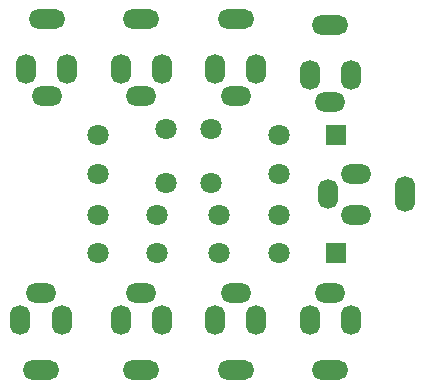
<source format=gbr>
%TF.GenerationSoftware,KiCad,Pcbnew,8.0.1-8.0.1-1~ubuntu22.04.1*%
%TF.CreationDate,2024-03-30T18:29:38+00:00*%
%TF.ProjectId,JACK_CONN,4a41434b-5f43-44f4-9e4e-2e6b69636164,v2.0*%
%TF.SameCoordinates,Original*%
%TF.FileFunction,Soldermask,Bot*%
%TF.FilePolarity,Negative*%
%FSLAX46Y46*%
G04 Gerber Fmt 4.6, Leading zero omitted, Abs format (unit mm)*
G04 Created by KiCad (PCBNEW 8.0.1-8.0.1-1~ubuntu22.04.1) date 2024-03-30 18:29:38*
%MOMM*%
%LPD*%
G01*
G04 APERTURE LIST*
G04 Aperture macros list*
%AMRoundRect*
0 Rectangle with rounded corners*
0 $1 Rounding radius*
0 $2 $3 $4 $5 $6 $7 $8 $9 X,Y pos of 4 corners*
0 Add a 4 corners polygon primitive as box body*
4,1,4,$2,$3,$4,$5,$6,$7,$8,$9,$2,$3,0*
0 Add four circle primitives for the rounded corners*
1,1,$1+$1,$2,$3*
1,1,$1+$1,$4,$5*
1,1,$1+$1,$6,$7*
1,1,$1+$1,$8,$9*
0 Add four rect primitives between the rounded corners*
20,1,$1+$1,$2,$3,$4,$5,0*
20,1,$1+$1,$4,$5,$6,$7,0*
20,1,$1+$1,$6,$7,$8,$9,0*
20,1,$1+$1,$8,$9,$2,$3,0*%
G04 Aperture macros list end*
%ADD10RoundRect,0.800000X0.050000X0.450000X-0.050000X0.450000X-0.050000X-0.450000X0.050000X-0.450000X0*%
%ADD11RoundRect,0.800000X-0.450000X0.050000X-0.450000X-0.050000X0.450000X-0.050000X0.450000X0.050000X0*%
%ADD12RoundRect,0.800000X-0.700000X0.050000X-0.700000X-0.050000X0.700000X-0.050000X0.700000X0.050000X0*%
%ADD13RoundRect,0.800000X-0.050000X-0.450000X0.050000X-0.450000X0.050000X0.450000X-0.050000X0.450000X0*%
%ADD14RoundRect,0.800000X0.450000X-0.050000X0.450000X0.050000X-0.450000X0.050000X-0.450000X-0.050000X0*%
%ADD15RoundRect,0.800000X0.700000X-0.050000X0.700000X0.050000X-0.700000X0.050000X-0.700000X-0.050000X0*%
%ADD16RoundRect,0.800000X-0.050000X-0.700000X0.050000X-0.700000X0.050000X0.700000X-0.050000X0.700000X0*%
%ADD17R,1.700000X1.700000*%
%ADD18C,1.800000*%
G04 APERTURE END LIST*
D10*
%TO.C,J8*%
X50250001Y-50644999D03*
D11*
X52000001Y-48344999D03*
D10*
X53750001Y-50644999D03*
D12*
X52000001Y-54844999D03*
%TD*%
D13*
%TO.C,J1*%
X29750001Y-29355000D03*
D14*
X28000001Y-31655000D03*
D13*
X26250001Y-29355000D03*
D15*
X28000001Y-25155000D03*
%TD*%
D11*
%TO.C,J9*%
X54145000Y-41750000D03*
D13*
X51845000Y-40000000D03*
D11*
X54145000Y-38250000D03*
D16*
X58345000Y-40000000D03*
%TD*%
D13*
%TO.C,J7*%
X53750001Y-29855000D03*
D14*
X52000001Y-32155000D03*
D13*
X50250001Y-29855000D03*
D15*
X52000001Y-25655000D03*
%TD*%
D13*
%TO.C,J6*%
X45750001Y-29355000D03*
D14*
X44000001Y-31655000D03*
D13*
X42250001Y-29355000D03*
D15*
X44000001Y-25155000D03*
%TD*%
D10*
%TO.C,J2*%
X25750001Y-50645000D03*
D11*
X27500001Y-48345000D03*
D10*
X29250001Y-50645000D03*
D12*
X27500001Y-54845000D03*
%TD*%
D10*
%TO.C,J5*%
X42250001Y-50644999D03*
D11*
X44000001Y-48344999D03*
D10*
X45750001Y-50644999D03*
D12*
X44000001Y-54844999D03*
%TD*%
D13*
%TO.C,J3*%
X37750001Y-29355000D03*
D14*
X36000001Y-31655000D03*
D13*
X34250001Y-29355000D03*
D15*
X36000001Y-25155000D03*
%TD*%
D17*
%TO.C,J10*%
X52500001Y-45000000D03*
%TD*%
%TO.C,J11*%
X52500001Y-35000000D03*
%TD*%
D10*
%TO.C,J4*%
X34250001Y-50644999D03*
D11*
X36000001Y-48344999D03*
D10*
X37750001Y-50644999D03*
D12*
X36000001Y-54844999D03*
%TD*%
D18*
%TO.C,J25*%
X41905001Y-34500000D03*
%TD*%
%TO.C,J21*%
X32375001Y-35000000D03*
%TD*%
%TO.C,J14*%
X38095001Y-39000000D03*
%TD*%
%TO.C,J20*%
X32375001Y-38250000D03*
%TD*%
%TO.C,J18*%
X47625001Y-45000000D03*
%TD*%
%TO.C,J23*%
X37375001Y-41750000D03*
%TD*%
%TO.C,J16*%
X42625001Y-45000000D03*
%TD*%
%TO.C,J12*%
X32375001Y-41750000D03*
%TD*%
%TO.C,J27*%
X47625001Y-38250000D03*
%TD*%
%TO.C,J13*%
X32375001Y-45000000D03*
%TD*%
%TO.C,J24*%
X42625001Y-41750000D03*
%TD*%
%TO.C,J26*%
X47625001Y-35000000D03*
%TD*%
%TO.C,J15*%
X37375001Y-45000000D03*
%TD*%
%TO.C,J17*%
X41905001Y-39000000D03*
%TD*%
%TO.C,J22*%
X38095001Y-34500000D03*
%TD*%
%TO.C,J19*%
X47625001Y-41750000D03*
%TD*%
M02*

</source>
